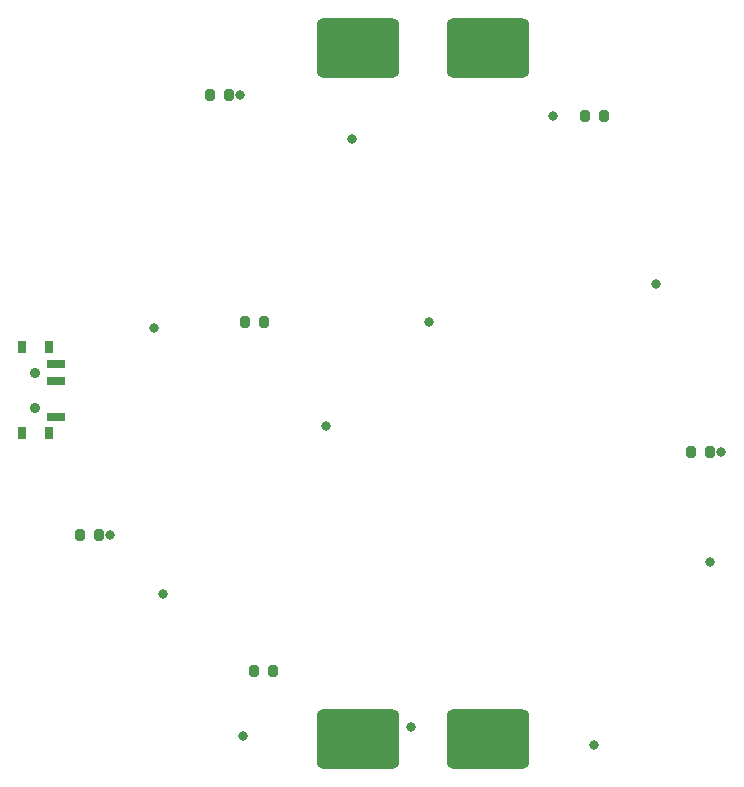
<source format=gbr>
%TF.GenerationSoftware,KiCad,Pcbnew,(6.0.7)*%
%TF.CreationDate,2022-09-13T17:01:02+02:00*%
%TF.ProjectId,TVZ_kuglica,54565a5f-6b75-4676-9c69-63612e6b6963,rev?*%
%TF.SameCoordinates,Original*%
%TF.FileFunction,Soldermask,Bot*%
%TF.FilePolarity,Negative*%
%FSLAX46Y46*%
G04 Gerber Fmt 4.6, Leading zero omitted, Abs format (unit mm)*
G04 Created by KiCad (PCBNEW (6.0.7)) date 2022-09-13 17:01:02*
%MOMM*%
%LPD*%
G01*
G04 APERTURE LIST*
G04 Aperture macros list*
%AMRoundRect*
0 Rectangle with rounded corners*
0 $1 Rounding radius*
0 $2 $3 $4 $5 $6 $7 $8 $9 X,Y pos of 4 corners*
0 Add a 4 corners polygon primitive as box body*
4,1,4,$2,$3,$4,$5,$6,$7,$8,$9,$2,$3,0*
0 Add four circle primitives for the rounded corners*
1,1,$1+$1,$2,$3*
1,1,$1+$1,$4,$5*
1,1,$1+$1,$6,$7*
1,1,$1+$1,$8,$9*
0 Add four rect primitives between the rounded corners*
20,1,$1+$1,$2,$3,$4,$5,0*
20,1,$1+$1,$4,$5,$6,$7,0*
20,1,$1+$1,$6,$7,$8,$9,0*
20,1,$1+$1,$8,$9,$2,$3,0*%
G04 Aperture macros list end*
%ADD10C,0.900000*%
%ADD11R,0.800000X1.000000*%
%ADD12R,1.500000X0.700000*%
%ADD13RoundRect,0.200000X-0.200000X-0.275000X0.200000X-0.275000X0.200000X0.275000X-0.200000X0.275000X0*%
%ADD14RoundRect,0.200000X0.200000X0.275000X-0.200000X0.275000X-0.200000X-0.275000X0.200000X-0.275000X0*%
%ADD15RoundRect,0.500000X3.000000X2.000000X-3.000000X2.000000X-3.000000X-2.000000X3.000000X-2.000000X0*%
%ADD16C,0.800000*%
G04 APERTURE END LIST*
D10*
%TO.C,SW1*%
X104170000Y-98250000D03*
X104170000Y-101250000D03*
D11*
X105280000Y-103400000D03*
X105280000Y-96100000D03*
X103070000Y-96100000D03*
X103070000Y-103400000D03*
D12*
X105930000Y-102000000D03*
X105930000Y-99000000D03*
X105930000Y-97500000D03*
%TD*%
D13*
%TO.C,R2*%
X118925000Y-74750000D03*
X120575000Y-74750000D03*
%TD*%
D14*
%TO.C,R3*%
X152325000Y-76500000D03*
X150675000Y-76500000D03*
%TD*%
D13*
%TO.C,R5*%
X107925000Y-112000000D03*
X109575000Y-112000000D03*
%TD*%
%TO.C,R6*%
X122675000Y-123500000D03*
X124325000Y-123500000D03*
%TD*%
%TO.C,R7*%
X159675000Y-105000000D03*
X161325000Y-105000000D03*
%TD*%
%TO.C,R8*%
X121875000Y-94000000D03*
X123525000Y-94000000D03*
%TD*%
D15*
%TO.C,BT1*%
X142500000Y-70750000D03*
X131500000Y-129250000D03*
X142500000Y-129250000D03*
X131500000Y-70750000D03*
%TD*%
D16*
X156750000Y-90750000D03*
X151500000Y-129750000D03*
X131000000Y-78500000D03*
X161250000Y-114250000D03*
X128750000Y-102750000D03*
X121750000Y-129000000D03*
X115000000Y-117000000D03*
X114250000Y-94500000D03*
X121500000Y-74750000D03*
X148000000Y-76500000D03*
X110500000Y-112000000D03*
X136000000Y-128250000D03*
X162250000Y-105000000D03*
X137500000Y-94000000D03*
M02*

</source>
